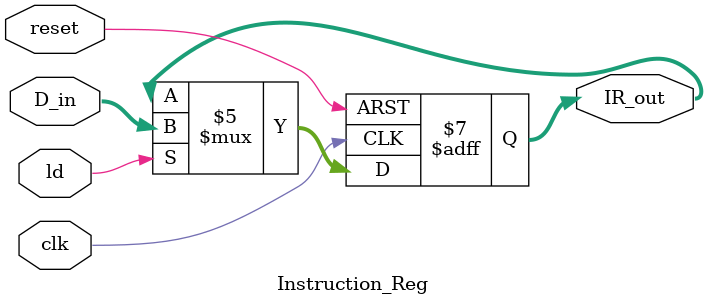
<source format=v>
`timescale 1ns / 1ps
module Instruction_Reg( clk, reset, ld, D_in, IR_out );
	input 		  	   clk, reset, ld;
	input  	  [15:0] D_in;
	output reg [15:0] IR_out;
	
	always @ ( posedge clk, posedge reset )
		if ( reset == 1'b1 )
			IR_out <= 16'b0;
		else  begin
			if ( ld == 1'b1 )
				IR_out <= D_in;
			else
				IR_out <= IR_out;
		end
	
endmodule

</source>
